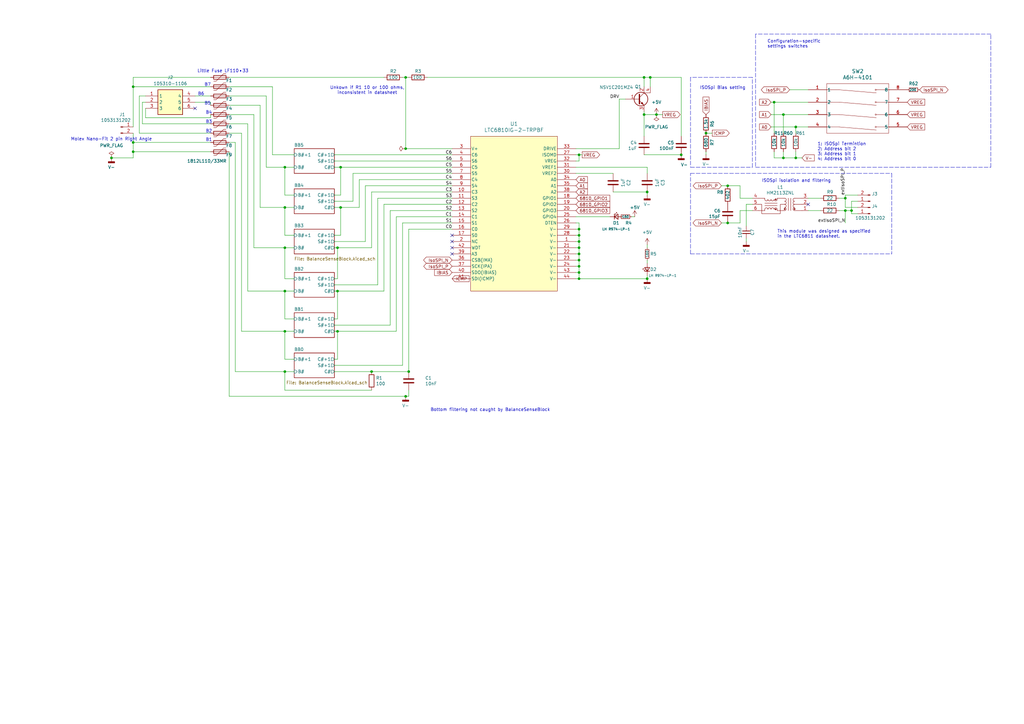
<source format=kicad_sch>
(kicad_sch (version 20250114) (generator "eeschema") (generator_version "9.0")
  (paper "A3")
  (title_block (rev "2.1"))
  (lib_symbols
    (symbol "Connector:Conn_01x02_Pin" (pin_names (offset 1.016) (hide yes))
      (property "Reference" "J" (at 0 2.54 0))
      (property "Value" "Conn_01x02_Pin" (at 0 -5.08 0))
      (symbol "Conn_01x02_Pin_1_1"
        (rectangle (start 0.8636 0.127) (end 0 -0.127) (stroke (width 0.1524)) (fill (type outline)))
        (rectangle (start 0.8636 -2.413) (end 0 -2.667) (stroke (width 0.1524)) (fill (type outline)))
        (polyline (pts (xy 1.27 0) (xy 0.8636 0)) (stroke (width 0.1524)))
        (polyline (pts (xy 1.27 -2.54) (xy 0.8636 -2.54)) (stroke (width 0.1524)))
        (pin passive line (at 5.08 0 180) (length 3.81) (name "Pin_1") (number "1"))
        (pin passive line (at 5.08 -2.54 180) (length 3.81) (name "Pin_2") (number "2"))
      )
    )
    (symbol "Device:C" (pin_numbers (hide yes)) (pin_names (offset 0.254))
      (property "Reference" "C" (at 0.635 2.54 0))
      (property "Value" "C" (at 0.635 -2.54 0))
      (symbol "C_0_1"
        (polyline (pts (xy -2.032 0.762) (xy 2.032 0.762)) (stroke (width 0.508)))
        (polyline (pts (xy -2.032 -0.762) (xy 2.032 -0.762)) (stroke (width 0.508)))
      )
      (symbol "C_1_1"
        (pin passive line (at 0 3.81 270) (length 2.794) (name "~") (number "1"))
        (pin passive line (at 0 -3.81 90) (length 2.794) (name "~") (number "2"))
      )
    )
    (symbol "Device:C_Small" (pin_numbers (hide yes)) (pin_names (offset 0.254) (hide yes))
      (property "Reference" "C" (at 0.254 1.778 0))
      (property "Value" "C_Small" (at 0.254 -2.032 0))
      (symbol "C_Small_0_1"
        (polyline (pts (xy -1.524 0.508) (xy 1.524 0.508)) (stroke (width 0.3048)))
        (polyline (pts (xy -1.524 -0.508) (xy 1.524 -0.508)) (stroke (width 0.3302)))
      )
      (symbol "C_Small_1_1"
        (pin passive line (at 0 2.54 270) (length 2.032) (name "~") (number "1"))
        (pin passive line (at 0 -2.54 90) (length 2.032) (name "~") (number "2"))
      )
    )
    (symbol "Device:LED_Small" (pin_numbers (hide yes)) (pin_names (offset 0.254) (hide yes))
      (property "Reference" "D" (at -1.27 3.175 0))
      (property "Value" "LED_Small" (at -4.445 -2.54 0))
      (symbol "LED_Small_0_1"
        (polyline (pts (xy -0.762 -1.016) (xy -0.762 1.016)) (stroke (width 0.254)))
        (polyline (pts (xy 0 0.762) (xy -0.508 1.27) (xy -0.254 1.27) (xy -0.508 1.27) (xy -0.508 1.016)))
        (polyline (pts (xy 0.508 1.27) (xy 0 1.778) (xy 0.254 1.778) (xy 0 1.778) (xy 0 1.524)))
        (polyline (pts (xy 0.762 -1.016) (xy -0.762 0) (xy 0.762 1.016) (xy 0.762 -1.016)) (stroke (width 0.254)))
        (polyline (pts (xy 1.016 0) (xy -0.762 0)))
      )
      (symbol "LED_Small_1_1"
        (pin passive line (at -2.54 0 0) (length 1.778) (name "K") (number "1"))
        (pin passive line (at 2.54 0 180) (length 1.778) (name "A") (number "2"))
      )
    )
    (symbol "Device:Polyfuse" (pin_numbers (hide yes)) (pin_names (offset 0))
      (property "Reference" "F" (at -2.54 0 90))
      (property "Value" "Polyfuse" (at 2.54 0 90))
      (symbol "Polyfuse_0_1"
        (polyline (pts (xy -1.524 2.54) (xy -1.524 1.524) (xy 1.524 -1.524) (xy 1.524 -2.54)))
        (rectangle (start -0.762 2.54) (end 0.762 -2.54) (stroke (width 0.254)))
        (polyline (pts (xy 0 2.54) (xy 0 -2.54)))
      )
      (symbol "Polyfuse_1_1"
        (pin passive line (at 0 3.81 270) (length 1.27) (name "~") (number "1"))
        (pin passive line (at 0 -3.81 90) (length 1.27) (name "~") (number "2"))
      )
    )
    (symbol "Device:Q_NPN_BCEC" (pin_names (offset 0) (hide yes))
      (property "Reference" "Q" (at 5.08 1.27 0))
      (property "Value" "Q_NPN_BCEC" (at 5.08 -1.27 0))
      (symbol "Q_NPN_BCEC_0_1"
        (polyline (pts (xy 0.635 1.905) (xy 0.635 -1.905) (xy 0.635 -1.905)) (stroke (width 0.508)))
        (polyline (pts (xy 0.635 0.635) (xy 2.54 2.54)))
        (polyline (pts (xy 0.635 -0.635) (xy 2.54 -2.54) (xy 2.54 -2.54)))
        (circle (center 1.27 0) (radius 2.8194) (stroke (width 0.254)))
        (polyline (pts (xy 1.27 -1.778) (xy 1.778 -1.27) (xy 2.286 -2.286) (xy 1.27 -1.778) (xy 1.27 -1.778)) (fill (type outline)))
        (polyline (pts (xy 2.54 2.54) (xy 5.08 2.54)))
      )
      (symbol "Q_NPN_BCEC_1_1"
        (pin input line (at -5.08 0 0) (length 5.715) (name "B") (number "1"))
        (pin passive line (at 2.54 5.08 270) (length 2.54) (name "C") (number "2"))
        (pin passive line (at 2.54 -5.08 90) (length 2.54) (name "E") (number "3"))
        (pin passive line (at 5.08 5.08 270) (length 2.54) (name "C") (number "4"))
      )
    )
    (symbol "Device:R" (pin_numbers (hide yes)) (pin_names (offset 0))
      (property "Reference" "R" (at 2.032 0 90))
      (property "Value" "R" (at 0 0 90))
      (symbol "R_0_1"
        (rectangle (start -1.016 -2.54) (end 1.016 2.54) (stroke (width 0.254)))
      )
      (symbol "R_1_1"
        (pin passive line (at 0 3.81 270) (length 1.27) (name "~") (number "1"))
        (pin passive line (at 0 -3.81 90) (length 1.27) (name "~") (number "2"))
      )
    )
    (symbol "Device:R_Small" (pin_numbers (hide yes)) (pin_names (offset 0.254) (hide yes))
      (property "Reference" "R" (at 0.762 0.508 0))
      (property "Value" "R_Small" (at 0.762 -1.016 0))
      (symbol "R_Small_0_1"
        (rectangle (start -0.762 1.778) (end 0.762 -1.778) (stroke (width 0.2032)))
      )
      (symbol "R_Small_1_1"
        (pin passive line (at 0 2.54 270) (length 0.762) (name "~") (number "1"))
        (pin passive line (at 0 -2.54 90) (length 0.762) (name "~") (number "2"))
      )
    )
    (symbol "FSSymbols:HM2113ZNL" (pin_names (offset 0.254) (hide yes))
      (property "Reference" "L" (at 0 7.62 0))
      (property "Value" "HM2113ZNL" (at 0 5.08 0))
      (symbol "HM2113ZNL_0_1"
        (polyline (pts (xy -8.89 2.54) (xy -6.35 2.54)))
        (polyline (pts (xy -8.89 0) (xy -7.62 0) (xy -7.62 -3.81) (xy 0 -3.81) (xy 0 0) (xy 1.778 0)))
        (polyline (pts (xy -6.35 2.54) (xy -6.35 2.032)))
        (polyline (pts (xy -6.35 -0.508) (xy -1.27 -0.508)))
        (polyline (pts (xy -6.35 -2.032) (xy -6.35 -2.54)))
        (polyline (pts (xy -6.35 -2.54) (xy -8.89 -2.54)))
        (arc (start -5.08 2.032) (mid -5.715 1.397) (end -6.35 2.032))
        (arc (start -6.35 -2.032) (mid -5.715 -1.397) (end -5.08 -2.032))
        (arc (start -3.81 2.032) (mid -4.445 1.397) (end -5.08 2.032))
        (arc (start -5.08 -2.032) (mid -4.445 -1.397) (end -3.81 -2.032))
        (arc (start -2.54 2.032) (mid -3.175 1.397) (end -3.81 2.032))
        (arc (start -3.81 -2.032) (mid -3.175 -1.397) (end -2.54 -2.032))
        (circle (center -1.905 2.032) (radius 0.254) (fill (type outline)))
        (arc (start -1.27 2.032) (mid -1.905 1.397) (end -2.54 2.032))
        (arc (start -2.54 -2.032) (mid -1.905 -1.397) (end -1.27 -2.032))
        (circle (center -1.905 -2.032) (radius 0.254) (fill (type outline)))
        (polyline (pts (xy -1.27 2.032) (xy -1.27 2.54)))
        (polyline (pts (xy -1.27 0.508) (xy -6.35 0.508)))
        (polyline (pts (xy -1.27 -2.032) (xy -1.27 -2.54)))
        (polyline (pts (xy -1.27 -2.54) (xy 1.27 -2.54)))
        (polyline (pts (xy 1.27 2.54) (xy -1.27 2.54)))
        (polyline (pts (xy 1.27 2.54) (xy 1.778 2.54)))
        (arc (start 1.778 2.54) (mid 2.413 1.905) (end 1.778 1.27))
        (arc (start 1.778 1.27) (mid 2.413 0.635) (end 1.778 0))
        (arc (start 1.778 0) (mid 2.413 -0.635) (end 1.778 -1.27))
        (arc (start 1.778 -1.27) (mid 2.413 -1.905) (end 1.778 -2.54))
        (circle (center 1.778 -1.905) (radius 0.254) (fill (type outline)))
        (polyline (pts (xy 1.778 -2.54) (xy 1.27 -2.54)))
        (polyline (pts (xy 3.302 -2.54) (xy 3.302 2.54)))
        (polyline (pts (xy 4.318 2.54) (xy 4.318 -2.54)))
        (polyline (pts (xy 5.842 2.54) (xy 6.35 2.54)))
        (arc (start 5.842 1.27) (mid 5.207 1.905) (end 5.842 2.54))
        (arc (start 5.842 0) (mid 5.207 0.635) (end 5.842 1.27))
        (arc (start 5.842 -1.27) (mid 5.207 -0.635) (end 5.842 0))
        (circle (center 5.842 -1.905) (radius 0.254) (fill (type outline)))
        (arc (start 5.842 -2.54) (mid 5.207 -1.905) (end 5.842 -1.27))
        (polyline (pts (xy 5.842 -2.54) (xy 8.89 -2.54)))
        (polyline (pts (xy 6.35 2.54) (xy 8.89 2.54)))
        (polyline (pts (xy 8.89 0) (xy 5.842 0)))
      )
      (symbol "HM2113ZNL_1_1"
        (pin passive line (at -11.43 2.54 0) (length 2.54) (name "4") (number "4"))
        (pin passive line (at -11.43 0 0) (length 2.54) (name "5") (number "5"))
        (pin passive line (at -11.43 -2.54 0) (length 2.54) (name "6") (number "6"))
        (pin passive line (at 11.43 2.54 180) (length 2.54) (name "3") (number "3"))
        (pin passive line (at 11.43 0 180) (length 2.54) (name "2") (number "2"))
        (pin passive line (at 11.43 -2.54 180) (length 2.54) (name "1") (number "1"))
      )
    )
    (symbol "FS_3_Global_Symbol_Library:105310-1106"
      (property "Reference" "J" (at 16.51 7.62 0))
      (property "Value" "105310-1106" (at 16.51 5.08 0))
      (symbol "105310-1106_1_1"
        (rectangle (start 5.08 2.54) (end 15.24 -7.62) (stroke (width 0.254)) (fill (type background)))
        (pin passive line (at 0 0 0) (length 5.08) (name "6") (number "6"))
        (pin passive line (at 0 -2.54 0) (length 5.08) (name "5") (number "5"))
        (pin passive line (at 0 -5.08 0) (length 5.08) (name "4") (number "4"))
        (pin passive line (at 20.32 0 180) (length 5.08) (name "3") (number "3"))
        (pin passive line (at 20.32 -2.54 180) (length 5.08) (name "2") (number "2"))
        (pin passive line (at 20.32 -5.08 180) (length 5.08) (name "1") (number "1"))
      )
    )
    (symbol "FS_3_Global_Symbol_Library:A6H-4101" (pin_names (offset 0.254))
      (property "Reference" "SW" (at 20.32 7.62 0))
      (property "Value" "A6H-4101" (at 20.32 5.08 0))
      (symbol "A6H-4101_0_1"
        (polyline (pts (xy 7.62 2.54) (xy 7.62 -17.78)) (stroke (width 0.127)))
        (polyline (pts (xy 7.62 -17.78) (xy 33.02 -17.78)) (stroke (width 0.127)))
        (polyline (pts (xy 12.7 0) (xy 7.62 0)) (stroke (width 0.127)))
        (polyline (pts (xy 12.7 0) (xy 27.94 -1.27)) (stroke (width 0.127)))
        (polyline (pts (xy 12.7 -5.08) (xy 7.62 -5.08)) (stroke (width 0.127)))
        (polyline (pts (xy 12.7 -5.08) (xy 27.94 -6.35)) (stroke (width 0.127)))
        (polyline (pts (xy 12.7 -10.16) (xy 7.62 -10.16)) (stroke (width 0.127)))
        (polyline (pts (xy 12.7 -10.16) (xy 27.94 -11.43)) (stroke (width 0.127)))
        (polyline (pts (xy 12.7 -15.24) (xy 7.62 -15.24)) (stroke (width 0.127)))
        (polyline (pts (xy 12.7 -15.24) (xy 27.94 -16.51)) (stroke (width 0.127)))
        (circle (center 27.686 0) (radius 0.254) (stroke (width 0.127)))
        (circle (center 27.686 -5.08) (radius 0.254) (stroke (width 0.127)))
        (circle (center 27.686 -10.16) (radius 0.254) (stroke (width 0.127)))
        (circle (center 27.686 -15.24) (radius 0.254) (stroke (width 0.127)))
        (polyline (pts (xy 27.94 0) (xy 33.02 0)) (stroke (width 0.127)))
        (polyline (pts (xy 27.94 -5.08) (xy 33.02 -5.08)) (stroke (width 0.127)))
        (polyline (pts (xy 27.94 -10.16) (xy 33.02 -10.16)) (stroke (width 0.127)))
        (polyline (pts (xy 27.94 -15.24) (xy 33.02 -15.24)) (stroke (width 0.127)))
        (polyline (pts (xy 33.02 2.54) (xy 7.62 2.54)) (stroke (width 0.127)))
        (polyline (pts (xy 33.02 -17.78) (xy 33.02 2.54)) (stroke (width 0.127)))
        (pin unspecified line (at 0 0 0) (length 7.62) (name "1") (number "1"))
        (pin unspecified line (at 0 -5.08 0) (length 7.62) (name "2") (number "2"))
        (pin unspecified line (at 0 -10.16 0) (length 7.62) (name "3") (number "3"))
        (pin unspecified line (at 0 -15.24 0) (length 7.62) (name "4") (number "4"))
        (pin unspecified line (at 40.64 0 180) (length 7.62) (name "8") (number "8"))
        (pin unspecified line (at 40.64 -5.08 180) (length 7.62) (name "7") (number "7"))
        (pin unspecified line (at 40.64 -10.16 180) (length 7.62) (name "6") (number "6"))
        (pin unspecified line (at 40.64 -15.24 180) (length 7.62) (name "5") (number "5"))
      )
    )
    (symbol "FS_3_Global_Symbol_Library:LTC6810IG-2-TRPBF" (pin_names (offset 0.254))
      (property "Reference" "U1" (at 25.4 10.16 0))
      (property "Value" "LTC6810IG-2-TRPBF" (at 25.4 7.62 0))
      (symbol "LTC6810IG-2-TRPBF_1_1"
        (rectangle (start 7.62 5.08) (end 43.18 -58.42) (fill (type color) (color 255 255 194 1)))
        (pin power_in line (at 0 0 0) (length 7.62) (name "V+") (number "3"))
        (pin input line (at 0 -2.54 0) (length 7.62) (name "C6") (number "4"))
        (pin bidirectional line (at 0 -5.08 0) (length 7.62) (name "S6") (number "5"))
        (pin input line (at 0 -7.62 0) (length 7.62) (name "C5") (number "6"))
        (pin bidirectional line (at 0 -10.16 0) (length 7.62) (name "S5") (number "7"))
        (pin input line (at 0 -12.7 0) (length 7.62) (name "C4") (number "8"))
        (pin bidirectional line (at 0 -15.24 0) (length 7.62) (name "S4") (number "9"))
        (pin input line (at 0 -17.78 0) (length 7.62) (name "C3") (number "10"))
        (pin bidirectional line (at 0 -20.32 0) (length 7.62) (name "S3") (number "11"))
        (pin input line (at 0 -22.86 0) (length 7.62) (name "C2") (number "12"))
        (pin bidirectional line (at 0 -25.4 0) (length 7.62) (name "S2") (number "13"))
        (pin input line (at 0 -27.94 0) (length 7.62) (name "C1") (number "14"))
        (pin bidirectional line (at 0 -30.48 0) (length 7.62) (name "S1") (number "15"))
        (pin input line (at 0 -33.02 0) (length 7.62) (name "C0") (number "16"))
        (pin bidirectional line (at 0 -35.56 0) (length 7.62) (name "S0") (number "17"))
        (pin input line (at 0 -38.1 0) (length 7.62) (name "NC") (number "2"))
        (pin output line (at 0 -40.64 0) (length 7.62) (name "WDT") (number "42"))
        (pin input line (at 0 -43.18 0) (length 7.62) (name "A3") (number "39"))
        (pin bidirectional line (at 0 -45.72 0) (length 7.62) (name "CSB(IMA)") (number "36"))
        (pin bidirectional line (at 0 -48.26 0) (length 7.62) (name "SCK(IPA)") (number "37"))
        (pin unspecified line (at 0 -50.8 0) (length 7.62) (name "SDO(IBIAS)") (number "40"))
        (pin unspecified line (at 0 -53.34 0) (length 7.62) (name "SDI(ICMP)") (number "41"))
        (pin passive line (at 50.8 0 180) (length 7.62) (name "DRIVE") (number "33"))
        (pin unspecified line (at 50.8 -2.54 180) (length 7.62) (name "ISOMD") (number "27"))
        (pin power_in line (at 50.8 -5.08 180) (length 7.62) (name "VREG") (number "32"))
        (pin passive line (at 50.8 -7.62 180) (length 7.62) (name "VREF1") (number "31"))
        (pin power_out line (at 50.8 -10.16 180) (length 7.62) (name "VREF2") (number "30"))
        (pin input line (at 50.8 -12.7 180) (length 7.62) (name "A0") (number "34"))
        (pin input line (at 50.8 -15.24 180) (length 7.62) (name "A1") (number "35"))
        (pin input line (at 50.8 -17.78 180) (length 7.62) (name "A2") (number "38"))
        (pin bidirectional line (at 50.8 -20.32 180) (length 7.62) (name "GPIO1") (number "18"))
        (pin bidirectional line (at 50.8 -22.86 180) (length 7.62) (name "GPIO2") (number "19"))
        (pin bidirectional line (at 50.8 -25.4 180) (length 7.62) (name "GPIO3") (number "20"))
        (pin bidirectional line (at 50.8 -27.94 180) (length 7.62) (name "GPIO4") (number "25"))
        (pin unspecified line (at 50.8 -30.48 180) (length 7.62) (name "DTEN") (number "26"))
        (pin power_in line (at 50.8 -33.02 180) (length 7.62) (name "V-") (number "29"))
        (pin power_in line (at 50.8 -35.56 180) (length 7.62) (name "V-") (number "28"))
        (pin power_in line (at 50.8 -38.1 180) (length 7.62) (name "V-") (number "1"))
        (pin power_in line (at 50.8 -40.64 180) (length 7.62) (name "V-") (number "21"))
        (pin power_in line (at 50.8 -43.18 180) (length 7.62) (name "V-") (number "22"))
        (pin power_in line (at 50.8 -45.72 180) (length 7.62) (name "V-") (number "23"))
        (pin power_in line (at 50.8 -48.26 180) (length 7.62) (name "V-") (number "24"))
        (pin power_in line (at 50.8 -50.8 180) (length 7.62) (name "V-") (number "43"))
        (pin power_in line (at 50.8 -53.34 180) (length 7.62) (name "V-") (number "44"))
      )
    )
    (symbol "power:+5V" (power) (pin_numbers (hide yes)) (pin_names (offset 0) (hide yes))
      (property "Value" "+5V" (at 0 3.556 0))
      (symbol "+5V_0_1"
        (polyline (pts (xy -0.762 1.27) (xy 0 2.54)))
        (polyline (pts (xy 0 2.54) (xy 0.762 1.27)))
        (polyline (pts (xy 0 0) (xy 0 2.54)))
      )
      (symbol "+5V_1_1"
        (pin power_in line (at 0 0 90) (length 0) (name "~") (number "1"))
      )
    )
    (symbol "power:GNDD" (power) (pin_numbers (hide yes)) (pin_names (offset 0) (hide yes))
      (property "Value" "GNDD" (at 0 -3.175 0))
      (symbol "GNDD_0_1"
        (rectangle (start -1.27 -1.524) (end 1.27 -2.032) (stroke (width 0.254)) (fill (type outline)))
        (polyline (pts (xy 0 0) (xy 0 -1.524)))
      )
      (symbol "GNDD_1_1"
        (pin power_in line (at 0 0 270) (length 0) (name "~") (number "1"))
      )
    )
    (symbol "power:PWR_FLAG" (power) (pin_numbers (hide yes)) (pin_names (offset 0) (hide yes))
      (property "Value" "PWR_FLAG" (at 0 3.81 0))
      (symbol "PWR_FLAG_0_0"
        (pin power_out line (at 0 0 90) (length 0) (name "~") (number "1"))
      )
      (symbol "PWR_FLAG_0_1"
        (polyline (pts (xy 0 0) (xy 0 1.27) (xy -1.016 1.905) (xy 0 2.54) (xy 1.016 1.905) (xy 0 1.27)))
      )
    )
  )
  (text "ISOSpi Bias setting" (at 287.02 36.83 0) (effects (font (size 1.27 1.27)) (justify left bottom)))
  (text "Bottom filtering not caught by BalanceSenseBlock" (at 176.53 168.91 0) (effects (font (size 1.27 1.27)) (justify left bottom)))
  (text "This module was designed as specified\nin the LTC6811 datasheet." (at 318.77 97.79 0) (effects (font (size 1.27 1.27)) (justify left bottom)))
  (text "B7" (at 83.82 35.56 0) (effects (font (size 1.27 1.27)) (justify left bottom)))
  (text "B5\n" (at 83.82 43.18 0) (effects (font (size 1.27 1.27)) (justify left bottom)))
  (text "Little Fuse LF110•33" (at 91.44 29.21 0) (effects (font (size 1.27 1.27))))
  (text "Unkown if R1 10 or 100 ohms,\ninconsistent in datasheet" (at 150.622 37.084 0) (effects (font (size 1.27 1.27))))
  (text "Molex Nano-Fit 2 pin Right Angle\n" (at 45.72 57.15 0) (effects (font (size 1.27 1.27))))
  (text "B4" (at 84.328 46.99 0) (effects (font (size 1.27 1.27)) (justify left bottom)))
  (text "B6\n" (at 83.82 39.37 0) (effects (font (size 1.27 1.27)) (justify right bottom)))
  (text "B2\n" (at 84.328 54.61 0) (effects (font (size 1.27 1.27)) (justify left bottom)))
  (text "1: ISOSpi Termintion\n2: Address bit 2\n3: Address bit 1\n4: Address bit 0" (at 335.28 66.04 0) (effects (font (size 1.27 1.27)) (justify left bottom)))
  (text "Configuration-specific\nsettings switches" (at 314.706 19.812 0) (effects (font (size 1.27 1.27)) (justify left bottom)))
  (text "ISOSpi isolation and filtering" (at 312.42 74.93 0) (effects (font (size 1.27 1.27)) (justify left bottom)))
  (text "B3\n" (at 84.328 50.8 0) (effects (font (size 1.27 1.27)) (justify left bottom)))
  (text "B1\n" (at 84.328 58.166 0) (effects (font (size 1.27 1.27)) (justify left bottom)))
  (junction (at 264.16 46.99))
  (junction (at 317.5 41.91))
  (junction (at 167.64 152.4))
  (junction (at 298.45 91.44))
  (junction (at 237.49 111.76))
  (junction (at 138.43 101.6))
  (junction (at 237.49 114.3))
  (junction (at 326.39 52.07))
  (junction (at 139.7 85.09))
  (junction (at 279.4 63.5))
  (junction (at 237.49 109.22))
  (junction (at 298.45 76.2))
  (junction (at 237.49 101.6))
  (junction (at 326.39 64.77))
  (junction (at 116.84 101.6))
  (junction (at 166.37 31.75))
  (junction (at 289.56 54.61))
  (junction (at 265.43 114.3))
  (junction (at 116.84 152.4))
  (junction (at 54.61 35.56))
  (junction (at 346.71 81.28))
  (junction (at 116.84 85.09))
  (junction (at 237.49 63.5))
  (junction (at 138.43 135.89))
  (junction (at 321.31 46.99))
  (junction (at 264.16 31.75))
  (junction (at 116.84 68.58))
  (junction (at 269.24 46.99))
  (junction (at 346.71 86.36))
  (junction (at 139.7 68.58))
  (junction (at 266.7 31.75))
  (junction (at 237.49 96.52))
  (junction (at 349.25 86.36))
  (junction (at 237.49 99.06))
  (junction (at 237.49 93.98))
  (junction (at 265.43 78.74))
  (junction (at 45.72 64.77))
  (junction (at 116.84 135.89))
  (junction (at 237.49 106.68))
  (junction (at 116.84 119.38))
  (junction (at 152.4 152.4))
  (junction (at 321.31 64.77))
  (junction (at 54.61 58.42))
  (junction (at 54.61 62.23))
  (junction (at 138.43 119.38))
  (junction (at 166.37 60.96))
  (junction (at 166.37 162.56))
  (junction (at 237.49 104.14))
  (no_connect (at 80.01 44.45))
  (no_connect (at 185.42 96.52))
  (no_connect (at 185.42 104.14))
  (no_connect (at 331.47 83.82))
  (no_connect (at 185.42 101.6))
  (no_connect (at 185.42 99.06))
  (wire (pts (xy 271.78 46.99) (xy 269.24 46.99)))
  (wire (pts (xy 321.31 46.99) (xy 331.47 46.99)))
  (wire (pts (xy 321.31 46.99) (xy 321.31 54.61)))
  (wire (pts (xy 59.69 48.26) (xy 59.69 44.45)))
  (wire (pts (xy 316.23 52.07) (xy 326.39 52.07)))
  (wire (pts (xy 346.71 86.36) (xy 344.17 86.36)))
  (wire (pts (xy 175.26 31.75) (xy 264.16 31.75)))
  (wire (pts (xy 317.5 64.77) (xy 321.31 64.77)))
  (wire (pts (xy 349.25 86.36) (xy 346.71 86.36)))
  (wire (pts (xy 349.25 86.36) (xy 349.25 87.63)))
  (wire (pts (xy 255.27 88.9) (xy 254 88.9)))
  (wire (pts (xy 321.31 64.77) (xy 321.31 62.23)))
  (wire (pts (xy 137.16 135.89) (xy 138.43 135.89)))
  (wire (pts (xy 237.49 96.52) (xy 237.49 99.06)))
  (wire (pts (xy 137.16 66.04) (xy 185.42 66.04)))
  (wire (pts (xy 99.06 135.89) (xy 99.06 54.61)))
  (wire (pts (xy 236.22 96.52) (xy 237.49 96.52)))
  (wire (pts (xy 236.22 93.98) (xy 237.49 93.98)))
  (wire (pts (xy 59.69 41.91) (xy 58.42 41.91)))
  (wire (pts (xy 54.61 64.77) (xy 45.72 64.77)))
  (wire (pts (xy 93.98 39.37) (xy 109.22 39.37)))
  (polyline (pts (xy 406.4 68.58) (xy 406.4 13.97)) (stroke (width 0) (type dash)))
  (wire (pts (xy 137.16 85.09) (xy 139.7 85.09)))
  (wire (pts (xy 264.16 63.5) (xy 279.4 63.5)))
  (wire (pts (xy 116.84 80.01) (xy 120.65 80.01)))
  (wire (pts (xy 120.65 147.32) (xy 116.84 147.32)))
  (wire (pts (xy 137.16 119.38) (xy 138.43 119.38)))
  (wire (pts (xy 116.84 135.89) (xy 120.65 135.89)))
  (wire (pts (xy 346.71 81.28) (xy 346.71 85.09)))
  (wire (pts (xy 265.43 114.3) (xy 265.43 113.03)))
  (wire (pts (xy 116.84 101.6) (xy 120.65 101.6)))
  (wire (pts (xy 80.01 39.37) (xy 86.36 39.37)))
  (wire (pts (xy 265.43 78.74) (xy 265.43 80.01)))
  (wire (pts (xy 344.17 81.28) (xy 346.71 81.28)))
  (wire (pts (xy 236.22 68.58) (xy 265.43 68.58)))
  (wire (pts (xy 137.16 80.01) (xy 139.7 80.01)))
  (wire (pts (xy 139.7 80.01) (xy 139.7 68.58)))
  (wire (pts (xy 265.43 100.33) (xy 265.43 101.6)))
  (wire (pts (xy 306.07 99.06) (xy 306.07 97.79)))
  (wire (pts (xy 101.6 119.38) (xy 101.6 50.8)))
  (wire (pts (xy 137.16 101.6) (xy 138.43 101.6)))
  (wire (pts (xy 326.39 64.77) (xy 321.31 64.77)))
  (wire (pts (xy 349.25 82.55) (xy 351.79 82.55)))
  (wire (pts (xy 316.23 41.91) (xy 317.5 41.91)))
  (wire (pts (xy 165.1 31.75) (xy 166.37 31.75)))
  (wire (pts (xy 336.55 86.36) (xy 331.47 86.36)))
  (wire (pts (xy 93.98 46.99) (xy 104.14 46.99)))
  (wire (pts (xy 57.15 39.37) (xy 59.69 39.37)))
  (wire (pts (xy 139.7 85.09) (xy 147.32 85.09)))
  (wire (pts (xy 298.45 76.2) (xy 303.53 76.2)))
  (wire (pts (xy 167.64 162.56) (xy 166.37 162.56)))
  (wire (pts (xy 265.43 107.95) (xy 265.43 106.68)))
  (wire (pts (xy 93.98 43.18) (xy 106.68 43.18)))
  (polyline (pts (xy 283.21 104.14) (xy 283.21 71.12)) (stroke (width 0) (type dash)))
  (wire (pts (xy 116.84 101.6) (xy 104.14 101.6)))
  (wire (pts (xy 236.22 71.12) (xy 251.46 71.12)))
  (wire (pts (xy 149.86 99.06) (xy 149.86 76.2)))
  (wire (pts (xy 265.43 68.58) (xy 265.43 71.12)))
  (wire (pts (xy 57.15 54.61) (xy 57.15 39.37)))
  (wire (pts (xy 160.02 86.36) (xy 185.42 86.36)))
  (polyline (pts (xy 406.4 13.97) (xy 309.88 13.97)) (stroke (width 0) (type dash)))
  (wire (pts (xy 160.02 133.35) (xy 160.02 86.36)))
  (wire (pts (xy 303.53 81.28) (xy 308.61 81.28)))
  (wire (pts (xy 154.94 81.28) (xy 185.42 81.28)))
  (wire (pts (xy 317.5 62.23) (xy 317.5 64.77)))
  (wire (pts (xy 237.49 91.44) (xy 237.49 93.98)))
  (wire (pts (xy 93.98 31.75) (xy 157.48 31.75)))
  (wire (pts (xy 266.7 31.75) (xy 279.4 31.75)))
  (wire (pts (xy 93.98 50.8) (xy 101.6 50.8)))
  (wire (pts (xy 152.4 78.74) (xy 185.42 78.74)))
  (wire (pts (xy 349.25 87.63) (xy 351.79 87.63)))
  (wire (pts (xy 264.16 31.75) (xy 266.7 31.75)))
  (wire (pts (xy 236.22 111.76) (xy 237.49 111.76)))
  (wire (pts (xy 237.49 114.3) (xy 265.43 114.3)))
  (polyline (pts (xy 309.88 68.58) (xy 406.4 68.58)) (stroke (width 0) (type dash)))
  (wire (pts (xy 137.16 68.58) (xy 139.7 68.58)))
  (wire (pts (xy 93.98 62.23) (xy 93.98 162.56)))
  (wire (pts (xy 266.7 31.75) (xy 266.7 35.56)))
  (wire (pts (xy 254 60.96) (xy 254 40.64)))
  (wire (pts (xy 303.53 76.2) (xy 303.53 81.28)))
  (wire (pts (xy 237.49 104.14) (xy 237.49 106.68)))
  (wire (pts (xy 326.39 54.61) (xy 326.39 52.07)))
  (wire (pts (xy 120.65 114.3) (xy 116.84 114.3)))
  (wire (pts (xy 237.49 109.22) (xy 237.49 111.76)))
  (wire (pts (xy 93.98 162.56) (xy 166.37 162.56)))
  (wire (pts (xy 237.49 63.5) (xy 238.76 63.5)))
  (wire (pts (xy 346.71 80.01) (xy 346.71 81.28)))
  (wire (pts (xy 57.15 54.61) (xy 86.36 54.61)))
  (wire (pts (xy 80.01 41.91) (xy 86.36 41.91)))
  (wire (pts (xy 303.53 86.36) (xy 303.53 91.44)))
  (wire (pts (xy 144.78 71.12) (xy 185.42 71.12)))
  (polyline (pts (xy 283.21 104.14) (xy 365.76 104.14)) (stroke (width 0) (type dash)))
  (wire (pts (xy 138.43 135.89) (xy 138.43 147.32)))
  (wire (pts (xy 138.43 119.38) (xy 138.43 130.81)))
  (wire (pts (xy 236.22 104.14) (xy 237.49 104.14)))
  (wire (pts (xy 237.49 99.06) (xy 237.49 101.6)))
  (wire (pts (xy 167.64 31.75) (xy 166.37 31.75)))
  (wire (pts (xy 116.84 130.81) (xy 120.65 130.81)))
  (wire (pts (xy 116.84 68.58) (xy 120.65 68.58)))
  (wire (pts (xy 289.56 63.5) (xy 289.56 62.23)))
  (wire (pts (xy 111.76 63.5) (xy 120.65 63.5)))
  (wire (pts (xy 167.64 93.98) (xy 185.42 93.98)))
  (wire (pts (xy 54.61 62.23) (xy 54.61 64.77)))
  (wire (pts (xy 138.43 119.38) (xy 157.48 119.38)))
  (wire (pts (xy 139.7 96.52) (xy 139.7 85.09)))
  (wire (pts (xy 323.85 36.83) (xy 331.47 36.83)))
  (wire (pts (xy 54.61 31.75) (xy 54.61 35.56)))
  (wire (pts (xy 138.43 135.89) (xy 162.56 135.89)))
  (wire (pts (xy 326.39 52.07) (xy 331.47 52.07)))
  (wire (pts (xy 152.4 152.4) (xy 167.64 152.4)))
  (wire (pts (xy 116.84 130.81) (xy 116.84 119.38)))
  (wire (pts (xy 236.22 91.44) (xy 237.49 91.44)))
  (wire (pts (xy 137.16 63.5) (xy 185.42 63.5)))
  (wire (pts (xy 116.84 80.01) (xy 116.84 68.58)))
  (wire (pts (xy 144.78 82.55) (xy 144.78 71.12)))
  (wire (pts (xy 237.49 93.98) (xy 237.49 96.52)))
  (wire (pts (xy 120.65 152.4) (xy 116.84 152.4)))
  (wire (pts (xy 137.16 99.06) (xy 149.86 99.06)))
  (wire (pts (xy 116.84 119.38) (xy 120.65 119.38)))
  (wire (pts (xy 86.36 41.91) (xy 86.36 43.18)))
  (wire (pts (xy 137.16 82.55) (xy 144.78 82.55)))
  (wire (pts (xy 236.22 63.5) (xy 237.49 63.5)))
  (wire (pts (xy 237.49 101.6) (xy 237.49 104.14)))
  (wire (pts (xy 152.4 101.6) (xy 152.4 78.74)))
  (wire (pts (xy 236.22 66.04) (xy 237.49 66.04)))
  (wire (pts (xy 116.84 85.09) (xy 120.65 85.09)))
  (wire (pts (xy 147.32 73.66) (xy 185.42 73.66)))
  (wire (pts (xy 109.22 39.37) (xy 109.22 68.58)))
  (wire (pts (xy 138.43 101.6) (xy 152.4 101.6)))
  (wire (pts (xy 269.24 46.99) (xy 264.16 46.99)))
  (polyline (pts (xy 283.21 31.75) (xy 283.21 68.58)) (stroke (width 0) (type dash)))
  (wire (pts (xy 237.49 101.6) (xy 236.22 101.6)))
  (wire (pts (xy 166.37 31.75) (xy 166.37 60.96)))
  (wire (pts (xy 154.94 116.84) (xy 154.94 81.28)))
  (wire (pts (xy 237.49 111.76) (xy 237.49 114.3)))
  (wire (pts (xy 167.64 93.98) (xy 167.64 152.4)))
  (wire (pts (xy 303.53 86.36) (xy 308.61 86.36)))
  (wire (pts (xy 264.16 46.99) (xy 264.16 45.72)))
  (wire (pts (xy 236.22 99.06) (xy 237.49 99.06)))
  (wire (pts (xy 295.91 91.44) (xy 298.45 91.44)))
  (wire (pts (xy 147.32 73.66) (xy 147.32 85.09)))
  (wire (pts (xy 116.84 135.89) (xy 116.84 147.32)))
  (wire (pts (xy 236.22 60.96) (xy 254 60.96)))
  (wire (pts (xy 331.47 81.28) (xy 336.55 81.28)))
  (wire (pts (xy 254 40.64) (xy 256.54 40.64)))
  (wire (pts (xy 86.36 48.26) (xy 86.36 46.99)))
  (wire (pts (xy 109.22 68.58) (xy 116.84 68.58)))
  (wire (pts (xy 162.56 88.9) (xy 185.42 88.9)))
  (wire (pts (xy 185.42 91.44) (xy 165.1 91.44)))
  (polyline (pts (xy 308.61 31.75) (xy 283.21 31.75)) (stroke (width 0) (type dash)))
  (wire (pts (xy 152.4 160.02) (xy 116.84 160.02)))
  (wire (pts (xy 237.49 66.04) (xy 237.49 63.5)))
  (polyline (pts (xy 308.61 68.58) (xy 308.61 31.75)) (stroke (width 0) (type dash)))
  (wire (pts (xy 86.36 62.23) (xy 54.61 62.23)))
  (wire (pts (xy 236.22 106.68) (xy 237.49 106.68)))
  (wire (pts (xy 326.39 62.23) (xy 326.39 64.77)))
  (wire (pts (xy 54.61 58.42) (xy 54.61 62.23)))
  (wire (pts (xy 260.35 88.9) (xy 259.08 88.9)))
  (wire (pts (xy 116.84 135.89) (xy 99.06 135.89)))
  (wire (pts (xy 316.23 46.99) (xy 321.31 46.99)))
  (wire (pts (xy 349.25 86.36) (xy 349.25 82.55)))
  (wire (pts (xy 237.49 106.68) (xy 237.49 109.22)))
  (wire (pts (xy 54.61 35.56) (xy 54.61 52.07)))
  (wire (pts (xy 93.98 54.61) (xy 99.06 54.61)))
  (polyline (pts (xy 365.76 71.12) (xy 365.76 104.14)) (stroke (width 0) (type dash)))
  (wire (pts (xy 137.16 149.86) (xy 165.1 149.86)))
  (wire (pts (xy 236.22 109.22) (xy 237.49 109.22)))
  (wire (pts (xy 93.98 35.56) (xy 111.76 35.56)))
  (polyline (pts (xy 283.21 68.58) (xy 308.61 68.58)) (stroke (width 0) (type dash)))
  (polyline (pts (xy 283.21 71.12) (xy 365.76 71.12)) (stroke (width 0) (type dash)))
  (wire (pts (xy 116.84 114.3) (xy 116.84 101.6)))
  (wire (pts (xy 137.16 130.81) (xy 138.43 130.81)))
  (wire (pts (xy 317.5 41.91) (xy 331.47 41.91)))
  (wire (pts (xy 116.84 85.09) (xy 106.68 85.09)))
  (wire (pts (xy 138.43 101.6) (xy 138.43 114.3)))
  (wire (pts (xy 279.4 31.75) (xy 279.4 55.88)))
  (wire (pts (xy 116.84 152.4) (xy 96.52 152.4)))
  (wire (pts (xy 157.48 83.82) (xy 185.42 83.82)))
  (wire (pts (xy 54.61 54.61) (xy 54.61 58.42)))
  (wire (pts (xy 116.84 96.52) (xy 116.84 85.09)))
  (wire (pts (xy 167.64 160.02) (xy 167.64 162.56)))
  (wire (pts (xy 292.1 54.61) (xy 289.56 54.61)))
  (wire (pts (xy 58.42 50.8) (xy 86.36 50.8)))
  (wire (pts (xy 162.56 135.89) (xy 162.56 88.9)))
  (wire (pts (xy 295.91 76.2) (xy 298.45 76.2)))
  (wire (pts (xy 298.45 91.44) (xy 303.53 91.44)))
  (wire (pts (xy 96.52 58.42) (xy 96.52 152.4)))
  (wire (pts (xy 264.16 31.75) (xy 264.16 35.56)))
  (wire (pts (xy 104.14 46.99) (xy 104.14 101.6)))
  (wire (pts (xy 120.65 96.52) (xy 116.84 96.52)))
  (wire (pts (xy 264.16 46.99) (xy 264.16 55.88)))
  (wire (pts (xy 116.84 119.38) (xy 101.6 119.38)))
  (wire (pts (xy 326.39 64.77) (xy 328.93 64.77)))
  (wire (pts (xy 346.71 85.09) (xy 351.79 85.09)))
  (wire (pts (xy 86.36 31.75) (xy 54.61 31.75)))
  (wire (pts (xy 251.46 78.74) (xy 265.43 78.74)))
  (wire (pts (xy 165.1 91.44) (xy 165.1 149.86)))
  (wire (pts (xy 236.22 88.9) (xy 250.19 88.9)))
  (wire (pts (xy 116.84 160.02) (xy 116.84 152.4)))
  (wire (pts (xy 54.61 35.56) (xy 86.36 35.56)))
  (wire (pts (xy 137.16 96.52) (xy 139.7 96.52)))
  (wire (pts (xy 149.86 76.2) (xy 185.42 76.2)))
  (wire (pts (xy 346.71 91.44) (xy 346.71 86.36)))
  (polyline (pts (xy 309.88 13.97) (xy 309.88 68.58)) (stroke (width 0) (type dash)))
  (wire (pts (xy 137.16 114.3) (xy 138.43 114.3)))
  (wire (pts (xy 237.49 114.3) (xy 236.22 114.3)))
  (wire (pts (xy 306.07 92.71) (xy 306.07 83.82)))
  (wire (pts (xy 137.16 133.35) (xy 160.02 133.35)))
  (wire (pts (xy 139.7 68.58) (xy 185.42 68.58)))
  (wire (pts (xy 317.5 41.91) (xy 317.5 54.61)))
  (wire (pts (xy 306.07 83.82) (xy 308.61 83.82)))
  (wire (pts (xy 96.52 58.42) (xy 93.98 58.42)))
  (wire (pts (xy 137.16 152.4) (xy 152.4 152.4)))
  (wire (pts (xy 157.48 119.38) (xy 157.48 83.82)))
  (wire (pts (xy 137.16 147.32) (xy 138.43 147.32)))
  (wire (pts (xy 166.37 60.96) (xy 185.42 60.96)))
  (wire (pts (xy 58.42 41.91) (xy 58.42 50.8)))
  (wire (pts (xy 106.68 85.09) (xy 106.68 43.18)))
  (wire (pts (xy 54.61 58.42) (xy 86.36 58.42)))
  (wire (pts (xy 111.76 35.56) (xy 111.76 63.5)))
  (wire (pts (xy 351.79 80.01) (xy 346.71 80.01)))
  (wire (pts (xy 137.16 116.84) (xy 154.94 116.84)))
  (wire (pts (xy 59.69 48.26) (xy 86.36 48.26)))
  (label "S5" (at 185.42 71.12 180))
  (label "C5" (at 185.42 68.58 180))
  (label "S2" (at 185.42 86.36 180))
  (label "C3" (at 185.42 78.74 180))
  (label "DRV" (at 254 40.64 180))
  (label "C1" (at 185.42 88.9 180))
  (label "C4" (at 185.42 73.66 180))
  (label "S3" (at 185.42 81.28 180))
  (label "C0" (at 185.42 93.98 180))
  (label "S1" (at 185.42 91.44 180))
  (label "C6" (at 185.42 63.5 180))
  (label "S6" (at 185.42 66.04 180))
  (label "C2" (at 185.42 83.82 180))
  (label "extIsoSPI_N" (at 346.71 91.44 180))
  (label "extIsoSPI_P" (at 346.71 80.01 90))
  (label "S4" (at 185.42 76.2 180))
  (global_label "A1" (shape input) (at 316.23 46.99 180) (property "Intersheetrefs" "${INTERSHEET_REFS}" (effects (hide yes))))
  (global_label "6810_GPIO1" (shape input) (at 236.22 81.28 0) (property "Intersheetrefs" "${INTERSHEET_REFS}" (effects (hide yes))))
  (global_label "IsoSPI_P" (shape bidirectional) (at 295.91 76.2 180) (property "Intersheetrefs" "${INTERSHEET_REFS}" (effects (hide yes))))
  (global_label "ICMP" (shape output) (at 292.1 54.61 0) (property "Intersheetrefs" "${INTERSHEET_REFS}" (effects (hide yes))))
  (global_label "VREG" (shape output) (at 238.76 63.5 0) (property "Intersheetrefs" "${INTERSHEET_REFS}" (effects (hide yes))))
  (global_label "VREG" (shape input) (at 372.11 46.99 0) (property "Intersheetrefs" "${INTERSHEET_REFS}" (effects (hide yes))))
  (global_label "IsoSPI_N" (shape bidirectional) (at 295.91 91.44 180) (property "Intersheetrefs" "${INTERSHEET_REFS}" (effects (hide yes))))
  (global_label "6810_GPIO3" (shape input) (at 236.22 86.36 0) (property "Intersheetrefs" "${INTERSHEET_REFS}" (effects (hide yes))))
  (global_label "IsoSPI_N" (shape bidirectional) (at 185.42 106.68 180) (property "Intersheetrefs" "${INTERSHEET_REFS}" (effects (hide yes))))
  (global_label "VREG" (shape output) (at 271.78 46.99 0) (property "Intersheetrefs" "${INTERSHEET_REFS}" (effects (hide yes))))
  (global_label "VREG" (shape input) (at 372.11 52.07 0) (property "Intersheetrefs" "${INTERSHEET_REFS}" (effects (hide yes))))
  (global_label "VREG" (shape input) (at 372.11 41.91 0) (property "Intersheetrefs" "${INTERSHEET_REFS}" (effects (hide yes))))
  (global_label "IsoSPI_N" (shape bidirectional) (at 377.19 36.83 0) (property "Intersheetrefs" "${INTERSHEET_REFS}" (effects (hide yes))))
  (global_label "6810_GPIO2" (shape input) (at 236.22 83.82 0) (property "Intersheetrefs" "${INTERSHEET_REFS}" (effects (hide yes))))
  (global_label "V-" (shape input) (at 328.93 64.77 0) (property "Intersheetrefs" "${INTERSHEET_REFS}" (effects (hide yes))))
  (global_label "IBIAS" (shape input) (at 185.42 111.76 180) (property "Intersheetrefs" "${INTERSHEET_REFS}" (effects (hide yes))))
  (global_label "IBIAS" (shape input) (at 289.56 46.99 90) (property "Intersheetrefs" "${INTERSHEET_REFS}" (effects (hide yes))))
  (global_label "IsoSPI_P" (shape bidirectional) (at 323.85 36.83 180) (property "Intersheetrefs" "${INTERSHEET_REFS}" (effects (hide yes))))
  (global_label "A2" (shape input) (at 316.23 41.91 180) (property "Intersheetrefs" "${INTERSHEET_REFS}" (effects (hide yes))))
  (global_label "A1" (shape input) (at 236.22 76.2 0) (property "Intersheetrefs" "${INTERSHEET_REFS}" (effects (hide yes))))
  (global_label "A0" (shape input) (at 316.23 52.07 180) (property "Intersheetrefs" "${INTERSHEET_REFS}" (effects (hide yes))))
  (global_label "A2" (shape input) (at 236.22 78.74 0) (property "Intersheetrefs" "${INTERSHEET_REFS}" (effects (hide yes))))
  (global_label "IsoSPI_P" (shape bidirectional) (at 185.42 109.22 180) (property "Intersheetrefs" "${INTERSHEET_REFS}" (effects (hide yes))))
  (global_label "ICMP" (shape input) (at 185.42 114.3 0) (property "Intersheetrefs" "${INTERSHEET_REFS}" (effects (hide yes))))
  (global_label "A0" (shape input) (at 236.22 73.66 0) (property "Intersheetrefs" "${INTERSHEET_REFS}" (effects (hide yes))))
  (symbol (lib_id "Device:R") (at 171.45 31.75 270) (unit 1)
    (property "Reference" "R3" (at 171.45 29.21 90))
    (property "Value" "100" (at 171.196 31.75 90))
    (property "Footprint" "Resistor_SMD:R_0805_2012Metric_Pad1.20x1.40mm_HandSolder" (effects (hide yes)))
  )
  (symbol (lib_id "Device:R") (at 289.56 50.8 180) (unit 1)
    (property "Reference" "R6" (at 292.1 50.8 90))
    (property "Value" "1.5k" (at 289.56 50.8 90))
    (property "Footprint" "Resistor_SMD:R_0805_2012Metric_Pad1.20x1.40mm_HandSolder" (effects (hide yes)))
  )
  (symbol (lib_id "Connector:Conn_01x02_Pin") (at 356.87 82.55 180) (unit 1)
    (property "Reference" "J3" (at 357.5558 79.502 0) (effects (justify right)))
    (property "Value" "1053131202" (effects (hide yes)))
    (property "Footprint" "Connector_Molex:Molex_Nano-Fit_105313-xx02_1x02_P2.50mm_Horizontal" (effects (hide yes)))
    (property "Description" "Generic connector, single row, 01x02, script generated" (effects (hide yes)))
  )
  (symbol (lib_id "Device:R") (at 289.56 58.42 180) (unit 1)
    (property "Reference" "R7" (at 292.1 58.42 90))
    (property "Value" "680" (at 289.56 58.42 90))
    (property "Footprint" "Resistor_SMD:R_0805_2012Metric_Pad1.20x1.40mm_HandSolder" (effects (hide yes)))
  )
  (symbol (lib_id "Device:Q_NPN_BCEC") (at 261.62 40.64 0) (unit 1)
    (property "Reference" "Q1" (at 260.35 35.56 0) (effects (justify left)))
    (property "Value" "NSV1C201MZ4" (at 245.872 35.814 0) (effects (justify left)))
    (property "Footprint" "Package_TO_SOT_SMD:SOT-223" (effects (hide yes)))
    (property "Datasheet" "https://www.onsemi.com/pub/Collateral/NSS1C201MZ4-D.PDF" (effects (hide yes)))
  )
  (symbol (lib_id "Device:C") (at 264.16 59.69 0) (mirror y) (unit 1)
    (property "Reference" "C4" (at 261.239 58.5216 0) (effects (justify left)))
    (property "Value" "1uF" (at 261.239 60.833 0) (effects (justify left)))
    (property "Footprint" "Capacitor_SMD:C_0805_2012Metric_Pad1.18x1.45mm_HandSolder" (effects (hide yes)))
  )
  (symbol (lib_id "Device:C") (at 279.4 59.69 0) (mirror y) (unit 1)
    (property "Reference" "C5" (at 276.479 58.5216 0) (effects (justify left)))
    (property "Value" "100nF" (at 276.479 60.833 0) (effects (justify left)))
    (property "Footprint" "Capacitor_SMD:C_0805_2012Metric_Pad1.18x1.45mm_HandSolder" (effects (hide yes)))
  )
  (symbol (lib_id "Device:C") (at 265.43 74.93 180) (unit 1)
    (property "Reference" "C3" (at 271.8308 74.93 90))
    (property "Value" "1uF" (at 269.5194 74.93 90))
    (property "Footprint" "Capacitor_SMD:C_0805_2012Metric_Pad1.18x1.45mm_HandSolder" (effects (hide yes)))
  )
  (symbol (lib_id "Device:C") (at 251.46 74.93 180) (unit 1)
    (property "Reference" "C2" (at 257.8354 74.93 90))
    (property "Value" "1uF" (at 255.524 74.93 90))
    (property "Footprint" "Capacitor_SMD:C_0805_2012Metric_Pad1.18x1.45mm_HandSolder" (effects (hide yes)))
  )
  (symbol (lib_id "FSSymbols:HM2113ZNL") (at 320.04 83.82 0) (unit 1)
    (property "Reference" "L1" (at 320.04 76.7588 0))
    (property "Value" "HM2113ZNL" (at 320.04 79.0702 0))
    (property "Footprint" "FS_3_Global_Footprint_Library:HM2113ZNLT" (effects (hide yes)))
  )
  (symbol (lib_id "Device:R") (at 340.36 81.28 270) (mirror x) (unit 1)
    (property "Reference" "R9" (at 339.09 78.74 90) (effects (justify left)))
    (property "Value" "22" (at 340.36 81.28 90))
    (property "Footprint" "Resistor_SMD:R_0805_2012Metric_Pad1.20x1.40mm_HandSolder" (effects (hide yes)))
  )
  (symbol (lib_id "Device:R") (at 340.36 86.36 270) (mirror x) (unit 1)
    (property "Reference" "R10" (at 339.09 83.82 90) (effects (justify left)))
    (property "Value" "22" (at 340.36 86.36 90))
    (property "Footprint" "Resistor_SMD:R_0805_2012Metric_Pad1.20x1.40mm_HandSolder" (effects (hide yes)))
  )
  (symbol (lib_id "Device:R") (at 298.45 80.01 0) (mirror y) (unit 1)
    (property "Reference" "R8" (at 296.672 78.8416 0) (effects (justify left)))
    (property "Value" "402" (at 298.45 80.01 90))
    (property "Footprint" "Resistor_SMD:R_0805_2012Metric_Pad1.20x1.40mm_HandSolder" (effects (hide yes)))
  )
  (symbol (lib_id "Device:C") (at 298.45 87.63 0) (mirror x) (unit 1)
    (property "Reference" "C6" (at 295.5544 86.4616 0) (effects (justify right)))
    (property "Value" "15pF" (at 295.5544 88.773 0) (effects (justify right)))
    (property "Footprint" "Capacitor_SMD:C_0805_2012Metric_Pad1.18x1.45mm_HandSolder" (effects (hide yes)))
  )
  (symbol (lib_id "Device:C_Small") (at 306.07 95.25 0) (unit 1)
    (property "Reference" "C7" (at 308.61 95.25 90))
    (property "Value" "10nF" (at 303.53 95.25 90))
    (property "Footprint" "Capacitor_SMD:C_0805_2012Metric_Pad1.18x1.45mm_HandSolder" (effects (hide yes)))
  )
  (symbol (lib_id "Device:LED_Small") (at 265.43 110.49 90) (unit 1)
    (property "Reference" "D2" (at 267.97 110.49 90))
    (property "Value" "LH R974-LP-1" (at 271.78 113.03 90) (effects (font (size 0.9652 0.9652))))
    (property "Footprint" "LED_SMD:LED_0805_2012Metric_Pad1.15x1.40mm_HandSolder" (effects (hide yes)))
  )
  (symbol (lib_id "Device:R_Small") (at 265.43 104.14 180) (unit 1)
    (property "Reference" "R5" (at 267.97 104.14 0))
    (property "Value" "160" (at 265.43 104.14 90) (effects (font (size 0.9652 0.9652))))
    (property "Footprint" "Resistor_SMD:R_0805_2012Metric_Pad1.20x1.40mm_HandSolder" (effects (hide yes)))
  )
  (symbol (lib_id "Device:LED_Small") (at 252.73 88.9 0) (unit 1)
    (property "Reference" "D1" (at 252.73 91.44 0))
    (property "Value" "LH R974-LP-1" (at 252.73 93.98 0) (effects (font (size 0.9652 0.9652))))
    (property "Footprint" "LED_SMD:LED_0805_2012Metric_Pad1.15x1.40mm_HandSolder" (effects (hide yes)))
  )
  (symbol (lib_id "Device:R_Small") (at 256.54 88.9 90) (unit 1)
    (property "Reference" "R4" (at 257.81 91.44 90))
    (property "Value" "160" (at 256.54 88.9 90) (effects (font (size 0.9652 0.9652))))
    (property "Footprint" "Resistor_SMD:R_0805_2012Metric_Pad1.20x1.40mm_HandSolder" (effects (hide yes)))
  )
  (symbol (lib_id "Connector:Conn_01x02_Pin") (at 356.87 87.63 180) (unit 1)
    (property "Reference" "J4" (at 357.5558 84.582 0) (effects (justify right)))
    (property "Value" "1053131202" (at 350.774 89.408 0) (effects (justify right)))
    (property "Footprint" "Connector_Molex:Molex_Nano-Fit_105313-xx02_1x02_P2.50mm_Horizontal" (effects (hide yes)))
    (property "Description" "Generic connector, single row, 01x02, script generated" (effects (hide yes)))
  )
  (symbol (lib_id "Device:R") (at 161.29 31.75 270) (unit 1)
    (property "Reference" "R2" (at 161.29 29.21 90))
    (property "Value" "100" (at 161.29 31.75 90))
    (property "Footprint" "Resistor_SMD:R_0805_2012Metric_Pad1.20x1.40mm_HandSolder" (effects (hide yes)))
  )
  (symbol (lib_id "Device:Polyfuse") (at 90.17 35.56 270) (unit 1)
    (property "Reference" "F2" (at 93.98 36.83 90))
    (property "Value" "1812L110/33MR" (effects (hide yes)))
    (property "Footprint" "Fuse:Fuse_1812_4532Metric_Pad1.30x3.40mm_HandSolder" (effects (hide yes)))
  )
  (symbol (lib_id "Device:Polyfuse") (at 90.17 39.37 270) (unit 1)
    (property "Reference" "F3" (at 93.98 40.64 90))
    (property "Value" "1812L110/33MR" (effects (hide yes)))
    (property "Footprint" "Fuse:Fuse_1812_4532Metric_Pad1.30x3.40mm_HandSolder" (effects (hide yes)))
  )
  (symbol (lib_id "Device:Polyfuse") (at 90.17 43.18 270) (unit 1)
    (property "Reference" "F4" (at 93.98 44.45 90))
    (property "Value" "1812L110/33MR" (effects (hide yes)))
    (property "Footprint" "Fuse:Fuse_1812_4532Metric_Pad1.30x3.40mm_HandSolder" (effects (hide yes)))
  )
  (symbol (lib_id "Device:Polyfuse") (at 90.17 46.99 270) (unit 1)
    (property "Reference" "F5" (at 93.98 48.26 90))
    (property "Value" "1812L110/33MR" (effects (hide yes)))
    (property "Footprint" "Fuse:Fuse_1812_4532Metric_Pad1.30x3.40mm_HandSolder" (effects (hide yes)))
  )
  (symbol (lib_id "Device:Polyfuse") (at 90.17 50.8 270) (unit 1)
    (property "Reference" "F6" (at 93.98 52.07 90))
    (property "Value" "1812L110/33MR" (effects (hide yes)))
    (property "Footprint" "Fuse:Fuse_1812_4532Metric_Pad1.30x3.40mm_HandSolder" (effects (hide yes)))
  )
  (symbol (lib_id "Device:Polyfuse") (at 90.17 54.61 270) (unit 1)
    (property "Reference" "F7" (at 93.98 55.88 90))
    (property "Value" "1812L110/33MR" (effects (hide yes)))
    (property "Footprint" "Fuse:Fuse_1812_4532Metric_Pad1.30x3.40mm_HandSolder" (effects (hide yes)))
  )
  (symbol (lib_id "Device:C") (at 167.64 156.21 0) (unit 1)
    (property "Reference" "C1" (at 174.371 155.0416 0) (effects (justify left)))
    (property "Value" "10nF" (at 174.371 157.353 0) (effects (justify left)))
    (property "Footprint" "Capacitor_SMD:C_0805_2012Metric_Pad1.18x1.45mm_HandSolder" (effects (hide yes)))
  )
  (symbol (lib_id "Device:Polyfuse") (at 90.17 58.42 270) (unit 1)
    (property "Reference" "F8" (at 93.98 59.69 90))
    (property "Value" "1812L110/33MR" (effects (hide yes)))
    (property "Footprint" "Fuse:Fuse_1812_4532Metric_Pad1.30x3.40mm_HandSolder" (effects (hide yes)))
  )
  (symbol (lib_id "Device:R") (at 152.4 156.21 0) (unit 1)
    (property "Reference" "R1" (at 154.178 155.0416 0) (effects (justify left)))
    (property "Value" "100" (at 154.178 157.353 0) (effects (justify left)))
    (property "Footprint" "Capacitor_SMD:C_0805_2012Metric_Pad1.18x1.45mm_HandSolder" (effects (hide yes)))
  )
  (symbol (lib_id "power:PWR_FLAG") (at 269.24 46.99 180) (unit 1)
    (property "Reference" "#FLG07" (effects (hide yes)))
    (property "Value" "PWR_FLAG" (at 269.24 52.07 0))
    (property "Description" "Special symbol for telling ERC where power comes from" (effects (hide yes)))
  )
  (symbol (lib_id "power:GNDD") (at 166.37 162.56 0) (unit 1)
    (property "Reference" "#PWR010" (effects (hide yes)))
    (property "Value" "V-" (at 166.37 166.37 0))
    (property "Description" "Power symbol creates a global label with name \"GNDD\" , digital ground" (effects (hide yes)))
  )
  (symbol (lib_id "power:GNDD") (at 306.07 99.06 0) (unit 1)
    (property "Reference" "#PWR09" (effects (hide yes)))
    (property "Value" "V-" (at 306.07 102.87 0))
    (property "Description" "Power symbol creates a global label with name \"GNDD\" , digital ground" (effects (hide yes)))
  )
  (symbol (lib_id "power:PWR_FLAG") (at 45.72 64.77 0) (unit 1)
    (property "Reference" "#FLG01" (effects (hide yes)))
    (property "Value" "PWR_FLAG" (at 45.72 59.69 0))
    (property "Description" "Special symbol for telling ERC where power comes from" (effects (hide yes)))
  )
  (symbol (lib_id "power:GNDD") (at 289.56 63.5 0) (unit 1)
    (property "Reference" "#PWR08" (effects (hide yes)))
    (property "Value" "V-" (at 289.56 67.31 0))
    (property "Description" "Power symbol creates a global label with name \"GNDD\" , digital ground" (effects (hide yes)))
  )
  (symbol (lib_id "power:+5V") (at 265.43 100.33 0) (unit 1)
    (property "Reference" "#PWR03" (effects (hide yes)))
    (property "Value" "+5V" (at 265.43 95.25 0))
    (property "Description" "Power symbol creates a global label with name \"+5V\"" (effects (hide yes)))
  )
  (symbol (lib_id "Device:R") (at 317.5 58.42 0) (unit 1)
    (property "Reference" "R11" (at 317.5 54.61 0) (effects (justify left)))
    (property "Value" "10k" (at 317.5 58.42 90))
    (property "Footprint" "Resistor_SMD:R_0805_2012Metric_Pad1.20x1.40mm_HandSolder" (effects (hide yes)))
  )
  (symbol (lib_id "Device:R_Small") (at 374.65 36.83 270) (unit 1)
    (property "Reference" "R62" (at 374.65 34.29 90))
    (property "Value" "200" (at 374.396 36.83 90) (effects (font (size 0.9652 0.9652))))
    (property "Footprint" "Resistor_SMD:R_0805_2012Metric_Pad1.20x1.40mm_HandSolder" (effects (hide yes)))
  )
  (symbol (lib_id "power:GNDD") (at 265.43 80.01 0) (unit 1)
    (property "Reference" "#PWR017" (effects (hide yes)))
    (property "Value" "V-" (at 265.43 83.82 0))
    (property "Description" "Power symbol creates a global label with name \"GNDD\" , digital ground" (effects (hide yes)))
  )
  (symbol (lib_id "power:GNDD") (at 279.4 63.5 0) (unit 1)
    (property "Reference" "#PWR07" (effects (hide yes)))
    (property "Value" "V-" (at 280.67 67.564 0))
    (property "Description" "Power symbol creates a global label with name \"GNDD\" , digital ground" (effects (hide yes)))
  )
  (symbol (lib_id "power:GNDD") (at 265.43 114.3 0) (unit 1)
    (property "Reference" "#PWR02" (effects (hide yes)))
    (property "Value" "V-" (at 265.43 118.11 0))
    (property "Description" "Power symbol creates a global label with name \"GNDD\" , digital ground" (effects (hide yes)))
  )
  (symbol (lib_id "power:GNDD") (at 45.72 64.77 0) (unit 1)
    (property "Reference" "#PWR018" (effects (hide yes)))
    (property "Value" "V-" (at 45.72 68.58 0))
    (property "Description" "Power symbol creates a global label with name \"GNDD\" , digital ground" (effects (hide yes)))
  )
  (symbol (lib_id "FS_3_Global_Symbol_Library:LTC6810IG-2-TRPBF") (at 185.42 60.96 0) (unit 1)
    (property "Reference" "U1" (at 210.82 50.8 0) (effects (font (size 1.524 1.524))))
    (property "Value" "LTC6810IG-2-TRPBF" (at 210.82 53.34 0) (effects (font (size 1.524 1.524))))
    (property "Footprint" "FS_3_Global_Footprint_Library:LTC6810IG-2_3ZZTRPBF" (effects (hide yes)))
    (property "Datasheet" "LTC6811IG-2-TRPBF" (effects (hide yes)))
    (property "Description" "BMS Chip" (effects (hide yes)))
  )
  (symbol (lib_id "FS_3_Global_Symbol_Library:105310-1106") (at 80.01 44.45 180) (unit 1)
    (property "Reference" "J2" (at 69.85 31.75 0))
    (property "Value" "105310-1106" (at 69.85 34.29 0))
    (property "Footprint" "FS_3_Global_Footprint_Library:NanoFit-1053101106" (effects (hide yes)))
    (property "Datasheet" "https://www.molex.com/pdm_docs/sd/1053101106_sd.pdf" (effects (hide yes)))
    (property "Description" "Nano-Fit Vertical Header,2.5mm,Dual,6P" (effects (hide yes)))
    (property "Height" "10.71" (effects (hide yes)))
    (property "Mouser Part Number" "538-105310-1106" (effects (hide yes)))
    (property "Mouser Price/Stock" "https://www.mouser.co.uk/ProductDetail/Molex/105310-1106?qs=PqFvFmEiOr5yDRWyDD2ubg%3D%3D" (effects (hide yes)))
    (property "Manufacturer_Name" "Molex" (effects (hide yes)))
    (property "Manufacturer_Part_Number" "105310-1106" (effects (hide yes)))
  )
  (symbol (lib_id "power:+5V") (at 269.24 46.99 0) (unit 1)
    (property "Reference" "#PWR021" (effects (hide yes)))
    (property "Value" "+5V" (at 269.24 41.91 0))
    (property "Description" "Power symbol creates a global label with name \"+5V\"" (effects (hide yes)))
  )
  (symbol (lib_id "Device:R") (at 321.31 58.42 0) (unit 1)
    (property "Reference" "R60" (at 321.31 54.61 0) (effects (justify left)))
    (property "Value" "10k" (at 321.31 58.42 90))
    (property "Footprint" "Resistor_SMD:R_0805_2012Metric_Pad1.20x1.40mm_HandSolder" (effects (hide yes)))
  )
  (symbol (lib_id "Device:Polyfuse") (at 90.17 62.23 270) (unit 1)
    (property "Reference" "F9" (at 93.98 63.5 90))
    (property "Value" "1812L110/33MR" (at 84.836 66.04 90))
    (property "Footprint" "Fuse:Fuse_1812_4532Metric_Pad1.30x3.40mm_HandSolder" (effects (hide yes)))
  )
  (symbol (lib_id "power:+5V") (at 260.35 88.9 0) (unit 1)
    (property "Reference" "#PWR04" (effects (hide yes)))
    (property "Value" "+5V" (at 260.35 85.09 0))
    (property "Description" "Power symbol creates a global label with name \"+5V\"" (effects (hide yes)))
  )
  (symbol (lib_id "Device:Polyfuse") (at 90.17 31.75 270) (unit 1)
    (property "Reference" "F1" (at 93.98 33.02 90))
    (property "Value" "1812L110/33MR" (effects (hide yes)))
    (property "Footprint" "Fuse:Fuse_1812_4532Metric_Pad1.30x3.40mm_HandSolder" (effects (hide yes)))
  )
  (symbol (lib_id "power:PWR_FLAG") (at 166.37 60.96 90) (unit 1)
    (property "Reference" "#FLG03" (effects (hide yes)))
    (property "Value" "PWR_FLAG" (effects (hide yes)))
    (property "Description" "Special symbol for telling ERC where power comes from" (effects (hide yes)))
  )
  (symbol (lib_id "FS_3_Global_Symbol_Library:A6H-4101") (at 331.47 36.83 0) (unit 1)
    (property "Reference" "SW2" (at 351.79 29.21 0) (effects (font (size 1.524 1.524))))
    (property "Value" "A6H-4101" (at 351.79 31.75 0) (effects (font (size 1.524 1.524))))
    (property "Footprint" "FS_3_Global_Footprint_Library:SW_A6H-4101_OMR" (effects (hide yes)))
    (property "Datasheet" "A6H-4101" (effects (hide yes)))
  )
  (symbol (lib_id "Device:R") (at 326.39 58.42 0) (unit 1)
    (property "Reference" "R61" (at 326.39 54.61 0) (effects (justify left)))
    (property "Value" "10k" (at 326.39 58.42 90))
    (property "Footprint" "Resistor_SMD:R_0805_2012Metric_Pad1.20x1.40mm_HandSolder" (effects (hide yes)))
  )
  (symbol (lib_id "Connector:Conn_01x02_Pin") (at 49.53 52.07 0) (unit 1)
    (property "Reference" "J1" (at 50.165 46.99 0))
    (property "Value" "1053131202" (at 47.498 49.276 0))
    (property "Footprint" "Connector_Molex:Molex_Nano-Fit_105313-xx02_1x02_P2.50mm_Horizontal" (effects (hide yes)))
    (property "Description" "Generic connector, single row, 01x02, script generated" (effects (hide yes)))
  )
  (sheet (at 120.65 111.76) (size 16.51 10.16)
    (property "Sheetname" "BB2" (at 120.65 111.0484 0) (effects (justify left bottom)))
    (property "Sheetfile" "BalanceSenseBlock.kicad_sch" (at 117.348 156.21 0) (effects (justify left top)))
    (pin "C#+1" output (at 137.16 114.3 0))
    (pin "S#+1" output (at 137.16 116.84 0))
    (pin "C#" output (at 137.16 119.38 0))
    (pin "B#" input (at 120.65 119.38 180))
    (pin "B#+1" input (at 120.65 114.3 180))
  )
  (sheet (at 120.65 128.27) (size 16.51 10.16)
    (property "Sheetname" "BB1" (at 120.65 127.5584 0) (effects (justify left bottom)))
    (property "Sheetfile" "BalanceSenseBlock.kicad_sch" (effects (hide yes)))
    (pin "C#+1" output (at 137.16 130.81 0))
    (pin "S#+1" output (at 137.16 133.35 0))
    (pin "C#" output (at 137.16 135.89 0))
    (pin "B#" input (at 120.65 135.89 180))
    (pin "B#+1" input (at 120.65 130.81 180))
  )
  (sheet (at 120.65 144.78) (size 16.51 10.16)
    (property "Sheetname" "BB0" (at 120.65 144.0684 0) (effects (justify left bottom)))
    (property "Sheetfile" "BalanceSenseBlock.kicad_sch" (effects (hide yes)))
    (pin "C#+1" output (at 137.16 147.32 0))
    (pin "S#+1" output (at 137.16 149.86 0))
    (pin "C#" output (at 137.16 152.4 0))
    (pin "B#" input (at 120.65 152.4 180))
    (pin "B#+1" input (at 120.65 147.32 180))
  )
  (sheet (at 120.65 60.96) (size 16.51 10.16)
    (property "Sheetname" "BB5" (at 120.65 60.2484 0) (effects (justify left bottom)))
    (property "Sheetfile" "BalanceSenseBlock.kicad_sch" (at 120.65 105.41 0) (effects (justify left top)))
    (pin "C#+1" output (at 137.16 63.5 0))
    (pin "S#+1" output (at 137.16 66.04 0))
    (pin "C#" output (at 137.16 68.58 0))
    (pin "B#" input (at 120.65 68.58 180))
    (pin "B#+1" input (at 120.65 63.5 180))
  )
  (sheet (at 120.65 77.47) (size 16.51 10.16)
    (property "Sheetname" "BB4" (at 120.65 76.7584 0) (effects (justify left bottom)))
    (property "Sheetfile" "BalanceSenseBlock.kicad_sch" (effects (hide yes)))
    (pin "C#+1" output (at 137.16 80.01 0))
    (pin "S#+1" output (at 137.16 82.55 0))
    (pin "C#" output (at 137.16 85.09 0))
    (pin "B#" input (at 120.65 85.09 180))
    (pin "B#+1" input (at 120.65 80.01 180))
  )
  (sheet (at 120.65 93.98) (size 16.51 10.16)
    (property "Sheetname" "BB3" (at 120.65 93.2684 0) (effects (justify left bottom)))
    (property "Sheetfile" "BalanceSenseBlock.kicad_sch" (effects (hide yes)))
    (pin "C#+1" output (at 137.16 96.52 0))
    (pin "S#+1" output (at 137.16 99.06 0))
    (pin "C#" output (at 137.16 101.6 0))
    (pin "B#" input (at 120.65 101.6 180))
    (pin "B#+1" input (at 120.65 96.52 180))
  )
)
</source>
